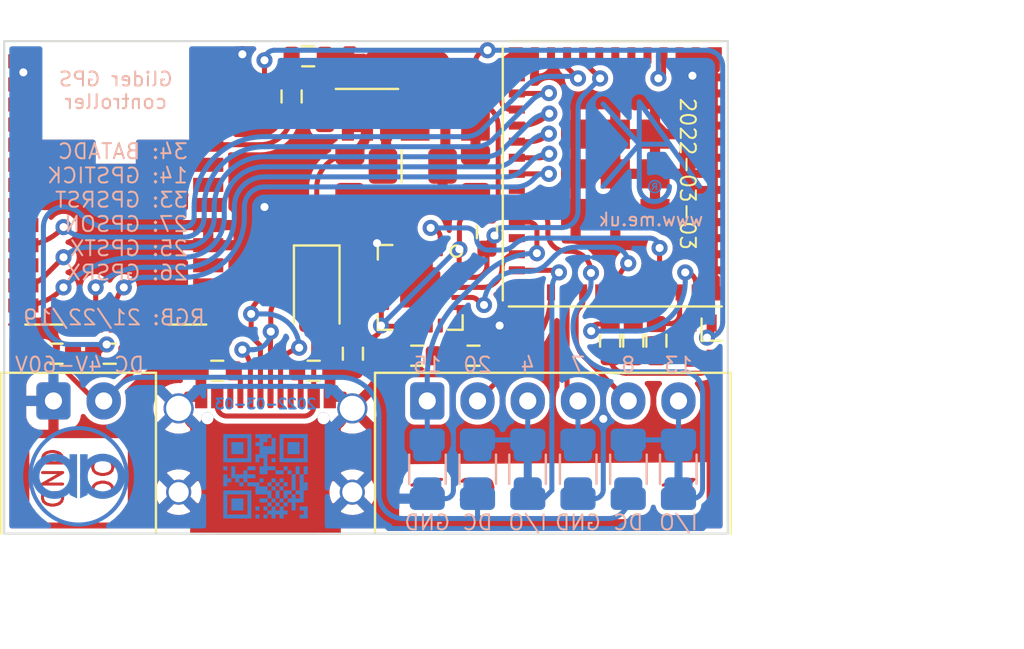
<source format=kicad_pcb>
(kicad_pcb (version 20211014) (generator pcbnew)
  (title_block (title "GPS / Glider control board") (date "${DATE}") (rev "1") (company "Adrian Kennard Andrews & Arnold Ltd") (comment 1 "www.me.uk") (comment 2 "@TheRealRevK"))
  (layers (0 "F.Cu" signal) (31 "B.Cu" signal) (34 "B.Paste" user) (35 "F.Paste" user) (36 "B.SilkS" user "B.Silkscreen") (37 "F.SilkS" user "F.Silkscreen") (38 "B.Mask" user) (39 "F.Mask" user) (44 "Edge.Cuts" user))
  (property "DATE" "2022-03-03")
  (net 0 "")
  (net 1 "D+")
  (net 2 "GND")
  (net 3 "D-")
  (net 4 "+3V3")
  (net 5 "VBUS")
  (net 6 "Net-(D2-Pad2)")
  (net 7 "O")
  (net 8 "I")
  (net 9 "Net-(D2-Pad3)")
  (net 10 "Net-(D2-Pad4)")
  (net 12 "BAT")
  (net 13 "EN")
  (net 14 "DC")
  (net 16 "BOOT")
  (net 17 "G")
  (net 18 "R")
  (net 19 "B")
  (net 23 "TICK")
  (net 25 "GPSTX")
  (net 26 "GPSRX")
  (net 27 "GPSON")
  (net 28 "GPSRST")
  (net 30 "Net-(R12-Pad2)")
  (net 33 "Net-(R4-Pad2)")
  (net 38 "Net-(U2-Pad16)")
  (net 40 "Net-(J3-PadA5)")
  (net 42 "Net-(J3-PadB5)")
  (net 46 "IO6")
  (net 47 "IO5")
  (net 48 "IO4")
  (net 49 "IO3")
  (net 50 "IO2")
  (net 51 "IO1")
  (net 52 "Net-(J2-Pad3)")
  (net 53 "Net-(J2-Pad6)")
  (footprint "RevK:R_0603" (layer "F.Cu") (at 94.65 134.15 180)
    (fp_text reference "R2" hide)
    (fp_text value "5K1")
  )
  (footprint "RevK:USC16-TR-Round" (layer "F.Cu") (at 97.05 142.3)
    (fp_text reference "J3" hide)
    (fp_text value "USB-C")
  )
  (footprint "RevK:R_0603" (layer "F.Cu") (at 99.45 134.15 180)
    (fp_text reference "R3" hide)
    (fp_text value "5K1")
  )
  (footprint "RevK:R_0603" (layer "F.Cu") (at 114.2 132.65 90)
    (fp_text reference "R9" hide)
    (fp_text value "680R")
  )
  (footprint "RevK:R_0603" (layer "F.Cu") (at 116.5 132.65 90)
    (fp_text reference "R10" hide)
    (fp_text value "2K")
  )
  (footprint "RevK:R_0603" (layer "F.Cu") (at 115.35 132.65 90)
    (fp_text reference "R11" hide)
    (fp_text value "220R")
  )
  (footprint "RevK:LED-RGB-1.6x1.6" (layer "F.Cu") (at 118.75 132.65 90)
    (fp_text reference "D2" hide)
    (fp_text value "LED_RGBA")
  )
  (footprint "Diode_SMD:D_1206_3216Metric" (layer "F.Cu") (at 99.6 130.2 -90)
    (fp_text reference "D1" hide)
    (fp_text value "D")
  )
  (footprint "RevK:C_0603" (layer "F.Cu") (at 101.4 133.3 -90)
    (fp_text reference "C1" hide)
    (fp_text value "0.1uF")
  )
  (footprint "RevK:Hidden" (layer "F.Cu") (at 100 121.05 90)
    (fp_text reference "C2" hide)
    (fp_text value "0.1uF")
  )
  (footprint "RevK:Hidden" (layer "F.Cu") (at 101.25 124.35 90)
    (fp_text reference "C3" hide)
    (fp_text value "2.2uF")
  )
  (footprint "RevK:Hidden" (layer "F.Cu") (at 107.5 124.35 90)
    (fp_text reference "C4" hide)
    (fp_text value "10uF")
  )
  (footprint "RevK:Hidden" (layer "F.Cu") (at 104.38 123.97 180)
    (fp_text reference "D3" hide)
    (fp_text value "Schottky")
  )
  (footprint "RevK:Hidden" (layer "F.Cu") (at 106 120.8 180)
    (fp_text reference "L1" hide)
    (fp_text value "6.8uH")
  )
  (footprint "RevK:L96-M33" (layer "F.Cu") (at 89.6 124.85)
    (fp_text reference "U2" hide)
    (fp_text value "L96-M33")
  )
  (footprint "RevK:R_0603" (layer "F.Cu") (at 108.07 127.25 -90)
    (fp_text reference "R1" hide)
    (fp_text value "10k")
  )
  (footprint "RevK:R_0603" (layer "F.Cu") (at 104.6 133.4)
    (fp_text reference "R4" hide)
    (fp_text value "4k7")
  )
  (footprint "RevK:Molex_MiniSPOX_H6RA" (layer "F.Cu") (at 111.35 135.65)
    (fp_text reference "J2" hide)
    (fp_text value "I/O")
  )
  (footprint "RevK:ESP32-PICO-MINI-02" (layer "F.Cu") (at 114.45675 124.35 -90)
    (fp_text reference "U1" hide)
    (fp_text value "ESP32-PICO-MINI-02")
  )
  (footprint "RevK:R_0603" (layer "F.Cu") (at 99.175 118.5 180)
    (fp_text reference "R12" hide)
    (fp_text value "3M 1% or NF")
  )
  (footprint "RevK:Molex_MiniSPOX_H2RA" (layer "F.Cu") (at 87.75 135.65)
    (fp_text reference "J1" hide)
    (fp_text value "DC")
  )
  (footprint "RevK:QFN-20-1EP_4x4mm_P0.5mm_EP2.5x2.5mm" (layer "F.Cu") (at 104.75 130 -90)
    (fp_text reference "U3" hide)
    (fp_text value "FT231XQ")
  )
  (footprint "RevK:RegulatorBlockFB" (layer "F.Cu") (at 102.1 120.8)
    (fp_text reference "U4" hide)
    (fp_text value "LMR16006+FB")
  )
  (footprint "RevK:R_0603" (layer "F.Cu") (at 107.4 133.4)
    (fp_text reference "R5" hide)
    (fp_text value "10k")
  )
  (footprint "RevK:R_0603" (layer "F.Cu") (at 86.65 133.3 180)
    (fp_text reference "R6" hide)
    (fp_text value "470K")
  )
  (footprint "RevK:R_0603" (layer "F.Cu") (at 98.35 120.5 90)
    (fp_text reference "R8" hide)
    (fp_text value "10M 1% or 0R")
  )
  (footprint "RevK:R_0603" (layer "F.Cu") (at 89.3 133.3 180)
    (fp_text reference "R7" hide)
    (fp_text value "100K")
  )
  (footprint "RevK:AA" (layer "B.Cu") (at 87.75 139.4 180)
    (fp_text reference "Logo1" hide)
    (fp_text value "AA" hide)
  )
  (footprint "RevK:QR-SS" (layer "B.Cu") (at 97.05 139.4)
    (fp_text reference "U5" hide)
    (fp_text value "QR" hide)
  )
  (footprint "RevK:Pad_1206_0805_Bridged" (layer "B.Cu") (at 110.1 139.05 -90)
    (fp_text reference "JP6" hide)
    (fp_text value "IO3")
  )
  (footprint "RevK:Pad_1206_0805_Open" (layer "B.Cu") (at 105.1 139.05 90)
    (fp_text reference "JP4" hide)
    (fp_text value "IO1")
  )
  (footprint "RevK:Pad_1206_0805_Open" (layer "B.Cu") (at 107.6 139.05 90)
    (fp_text reference "JP3" hide)
    (fp_text value "IO3")
  )
  (footprint "RevK:Pad_1206_0805_Open" (layer "B.Cu") (at 112.6 139.05 90)
    (fp_text reference "JP2" hide)
    (fp_text value "IO4")
  )
  (footprint "RevK:AJK" (layer "B.Cu") (at 115.65 122.875 180)
    (fp_text reference "Logo2" hide)
    (fp_text value "AJK" hide)
  )
  (footprint "RevK:Pad_1206_0805_Open" (layer "B.Cu") (at 115.1 139.05 90)
    (fp_text reference "JP1" hide)
    (fp_text value "IO6")
  )
  (footprint "RevK:Pad_1206_0805_Bridged" (layer "B.Cu") (at 117.6 139.05 -90)
    (fp_text reference "JP5" hide)
    (fp_text value "IO6")
  )
  (gr_line (start 84.05 117.75) (end 120.05 117.75) (layer "Edge.Cuts") (width 0.1))
  (gr_line (start 84.05 142.25) (end 120.05 142.25) (layer "Edge.Cuts") (width 0.1))
  (gr_line (start 120.05 117.75) (end 120.05 142.25) (layer "Edge.Cuts") (width 0.1))
  (gr_line (start 84.05 142.25) (end 84.05 117.75) (layer "Edge.Cuts") (width 0.1))
  (gr_text "13" (at 117.6 140.1) (layer "F.Cu") (effects (font (size 1 1))))
  (gr_text "7" (at 112.6 140.1) (layer "F.Cu") (effects (font (size 1 1))))
  (gr_text "DC" (at 89 139.5 90) (layer "F.Cu") (effects (font (size 1 1))))
  (gr_text "8" (at 115.1 140.1) (layer "F.Cu") (effects (font (size 1 1))))
  (gr_text "4" (at 110.1 140.1) (layer "F.Cu") (effects (font (size 1 1))))
  (gr_text "15" (at 105.1 140.1) (layer "F.Cu") (effects (font (size 1 1))))
  (gr_text "20" (at 107.6 140.1) (layer "F.Cu") (effects (font (size 1 1))))
  (gr_text "GND" (at 86.5 139.5 90) (layer "F.Cu") (effects (font (size 1 1))))
  (gr_text "7" (at 112.6 133.85) (layer "B.SilkS") (effects (font (size 0.75 0.75) (thickness 0.1)) (justify mirror)))
  (gr_text "4" (at 110.1 133.85) (layer "B.SilkS") (effects (font (size 0.75 0.75) (thickness 0.1)) (justify mirror)))
  (gr_text "I/O" (at 110.1 141.7) (layer "B.SilkS") (effects (font (size 0.75 0.75) (thickness 0.1)) (justify mirror)))
  (gr_text "DC" (at 115.1 141.7) (layer "B.SilkS") (effects (font (size 0.75 0.75) (thickness 0.1)) (justify mirror)))
  (gr_text "15" (at 105.1 133.85) (layer "B.SilkS") (effects (font (size 0.75 0.75) (thickness 0.1)) (justify mirror)))
  (gr_text "34: BATADC\n14: GPSTICK\n33: GPSRST\n27: GPSON\n25: GPSTX\n26: GPSRX" (at 93.25 126.25) (layer "B.SilkS") (effects (font (size 0.75 0.75) (thickness 0.1)) (justify left mirror)))
  (gr_text "GND" (at 112.6 141.7) (layer "B.SilkS") (effects (font (size 0.75 0.75) (thickness 0.1)) (justify mirror)))
  (gr_text "DC" (at 107.6 141.7) (layer "B.SilkS") (effects (font (size 0.75 0.75) (thickness 0.1)) (justify mirror)))
  (gr_text "20" (at 107.6 133.85) (layer "B.SilkS") (effects (font (size 0.75 0.75) (thickness 0.1)) (justify mirror)))
  (gr_text "GND" (at 105.1 141.7) (layer "B.SilkS") (effects (font (size 0.75 0.75) (thickness 0.1)) (justify mirror)))
  (gr_text "DC 4V-60V" (at 87.8 133.85) (layer "B.SilkS") (effects (font (size 0.75 0.75) (thickness 0.1)) (justify mirror)))
  (gr_text "Glider GPS\ncontroller" (at 89.6 120.2) (layer "B.SilkS") (effects (font (size 0.7 0.7) (thickness 0.1)) (justify mirror)))
  (gr_text "8" (at 115.1 133.85) (layer "B.SilkS") (effects (font (size 0.75 0.75) (thickness 0.1)) (justify mirror)))
  (gr_text "I/O" (at 117.6 141.7) (layer "B.SilkS") (effects (font (size 0.75 0.75) (thickness 0.1)) (justify mirror)))
  (gr_text "RGB: 21/22/19" (at 94.1 131.5) (layer "B.SilkS") (effects (font (size 0.75 0.75) (thickness 0.1)) (justify left mirror)))
  (gr_text "13" (at 117.6 133.85) (layer "B.SilkS") (effects (font (size 0.75 0.75) (thickness 0.1)) (justify mirror)))
  (segment (start 96.8 132.9) (end 96.8 135.44) (width 0.25) (layer "F.Cu") (net 1))
  (segment (start 98.62975 133.097828) (end 98.7255 133.002078) (width 0.2) (layer "F.Cu") (net 1))
  (segment (start 96.337057 131.321497) (end 96.337057 132.437057) (width 0.25) (layer "F.Cu") (net 1))
  (segment (start 97.8 135.44) (end 97.8 134) (width 0.25) (layer "F.Cu") (net 1))
  (segment (start 96.337057 132.437057) (end 96.8 132.9) (width 0.25) (layer "F.Cu") (net 1))
  (segment (start 96.395451 131.018876) (end 96.337057 131.07727) (width 0.25) (layer "F.Cu") (net 1))
  (segment (start 98.615252 133.097828) (end 98.62975 133.097828) (width 0.2) (layer "F.Cu") (net 1))
  (segment (start 96.337057 131.07727) (end 96.337057 131.321497) (width 0.25) (layer "F.Cu") (net 1))
  (segment (start 102.8125 130) (end 98.2 130) (width 0.25) (layer "F.Cu") (net 1))
  (via (at 98.7255 133.002078) (size 0.8) (drill 0.4) (layers "F.Cu" "B.Cu") (net 1))
  (via (at 96.337057 131.321497) (size 0.8) (drill 0.4) (layers "F.Cu" "B.Cu") (net 1))
  (arc (start 98.2 130) (mid 97.164745 130.27319) (end 96.395451 131.018876) (width 0.25) (layer "F.Cu") (net 1))
  (arc (start 97.8 134) (mid 98.034208 133.392838) (end 98.615252 133.097828) (width 0.25) (layer "F.Cu") (net 1))
  (segment (start 96.337057 131.321497) (end 97.044919 131.321497) (width 0.25) (layer "B.Cu") (net 1))
  (arc (start 97.044919 131.321497) (mid 98.233269 131.813728) (end 98.7255 133.002078) (width 0.25) (layer "B.Cu") (net 1))
  (segment (start 91.6 131.64729) (end 91.6 131.5) (width 0.25) (layer "F.Cu") (net 2))
  (segment (start 104.75 131.9375) (end 104.75 130) (width 0.25) (layer "F.Cu") (net 2))
  (segment (start 103.75 129) (end 104.75 130) (width 0.25) (layer "F.Cu") (net 2))
  (segment (start 105.25 129.5) (end 104.75 130) (width 0.25) (layer "F.Cu") (net 2))
  (segment (start 100 118.5) (end 101.95 118.5) (width 0.25) (layer "F.Cu") (net 2))
  (segment (start 102.1 118.65) (end 102.1 119.45) (width 0.25) (layer "F.Cu") (net 2))
  (segment (start 103.75 128.0625) (end 103.75 129) (width 0.25) (layer "F.Cu") (net 2))
  (segment (start 109.55675 121.15) (end 109.25 121.15) (width 0.25) (layer "F.Cu") (net 2))
  (segment (start 101.25 125.3) (end 101.25 128.15) (width 0.25) (layer "F.Cu") (net 2))
  (segment (start 108.8 119.10675) (end 108.8 120.7) (width 0.25) (layer "F.Cu") (net 2))
  (segment (start 101.95 118.5) (end 102.1 118.65) (width 0.25) (layer "F.Cu") (net 2))
  (segment (start 102.8125 129) (end 103.75 129) (width 0.25) (layer "F.Cu") (net 2))
  (segment (start 104.25 128.0625) (end 104.25 129.5) (width 0.25) (layer "F.Cu") (net 2))
  (segment (start 90.84885 133.000171) (end 91.174511 132.674511) (width 0.25) (layer "F.Cu") (net 2))
  (segment (start 105.25 128.0625) (end 105.25 129.5) (width 0.25) (layer "F.Cu") (net 2))
  (segment (start 104.75 128.0625) (end 104.75 130) (width 0.25) (layer "F.Cu") (net 2))
  (segment (start 102.8125 129) (end 102.1 129) (width 0.25) (layer "F.Cu") (net 2))
  (via (at 85 119.3) (size 0.8) (drill 0.4) (layers "F.Cu" "B.Cu") (net 2))
  (via (at 113.858486 136.541514) (size 0.8) (drill 0.4) (layers "F.Cu" "B.Cu") (net 2))
  (via (at 102.6 127.8) (size 0.8) (drill 0.4) (layers "F.Cu" "B.Cu") (net 2))
  (via (at 97 126) (size 0.8) (drill 0.4) (layers "F.Cu" "B.Cu") (net 2))
  (via (at 118.29425 119.46752) (size 0.8) (drill 0.4) (layers "F.Cu" "B.Cu") (net 2))
  (via (at 108.7 131.9) (size 0.8) (drill 0.4) (layers "F.Cu" "B.Cu") (net 2))
  (via (at 95.9 118.4) (size 0.8) (drill 0.4) (layers "F.Cu" "B.Cu") (net 2))
  (arc (start 109.25 121.15) (mid 108.931802 121.018198) (end 108.8 120.7) (width 0.25) (layer "F.Cu") (net 2))
  (arc (start 90.125 133.3) (mid 90.516745 133.222077) (end 90.84885 133.000171) (width 0.25) (layer "F.Cu") (net 2))
  (arc (start 91.174511 132.674511) (mid 91.489419 132.203218) (end 91.6 131.64729) (width 0.25) (layer "F.Cu") (net 2))
  (arc (start 101.25 128.15) (mid 101.498959 128.751041) (end 102.1 129) (width 0.25) (layer "F.Cu") (net 2))
  (arc (start 109.50675 118.4) (mid 109.007002 118.607002) (end 108.8 119.10675) (width 0.25) (layer "F.Cu") (net 2))
  (segment (start 105.1 140.5125) (end 105.98846 140.5125) (width 0.25) (layer "B.Cu") (net 2))
  (segment (start 113.858486 140.058486) (end 113.858486 136.541514) (width 0.25) (layer "B.Cu") (net 2))
  (segment (start 106.40048 138.40048) (end 106.40048 140.10048) (width 0.25) (layer "B.Cu") (net 2))
  (segment (start 106.40048 138.40048) (end 106.40048 135.30048) (width 0.25) (layer "B.Cu") (net 2))
  (segment (start 100.5 136.89) (end 100.5 139.32) (width 0.25) (layer "B.Cu") (net 2))
  (segment (start 100.5 139.32) (end 101.37 140.19) (width 0.25) (layer "B.Cu") (net 2))
  (segment (start 119.3 120.47327) (end 119.3 127.668079) (width 0.25) (layer "B.Cu") (net 2))
  (segment (start 100.27498 134.92498) (end 101.37 136.02) (width 0.25) (layer "B.Cu") (net 2))
  (segment (start 112.6 140.5125) (end 113.404472 140.5125) (width 0.25) (layer "B.Cu") (net 2))
  (segment (start 118.1 131.8) (end 118.1 133.2) (width 0.25) (layer "B.Cu") (net 2))
  (segment (start 119 127.968079) (end 119 130.9) (width 0.25) (layer "B.Cu") (net 2))
  (segment (start 119.6 134.7) (end 119.6 141.2) (width 0.25) (layer "B.Cu") (net 2))
  (segment (start 103.18 142) (end 101.37 140.19) (width 0.25) (layer "B.Cu") (net 2))
  (segment (start 93.82502 134.92498) (end 100.27498 134.92498) (width 0.25) (layer "B.Cu") (net 2))
  (segment (start 92.73 136.02) (end 93.82502 134.92498) (width 0.25) (layer "B.Cu") (net 2))
  (segment (start 118.1 133.2) (end 119.6 134.7) (width 0.25) (layer "B.Cu") (net 2))
  (segment (start 101.37 136.02) (end 100.5 136.89) (width 0.25) (layer "B.Cu") (net 2))
  (segment (start 119.6 141.2) (end 118.8 142) (width 0.25) (layer "B.Cu") (net 2))
  (segment (start 118.8 142) (end 103.18 142) (width 0.25) (layer "B.Cu") (net 2))
  (segment (start 107.178976 133.421023) (end 108.7 131.9) (width 0.25) (layer "B.Cu") (net 2))
  (arc (start 119 130.9) (mid 118.838909 131.288909) (end 118.45 131.45) (width 0.25) (layer "B.Cu") (net 2))
  (arc (start 119.3 127.668079) (mid 119.212132 127.880211) (end 119 127.968079) (width 0.25) (layer "B.Cu") (net 2))
  (arc (start 106.40048 135.30048) (mid 106.602805 134.283325) (end 107.178976 133.421023) (width 0.25) (layer "B.Cu") (net 2))
  (arc (start 105.98846 140.5125) (mid 106.279802 140.391822) (end 106.40048 140.10048) (width 0.25) (layer "B.Cu") (net 2))
  (arc (start 113.404472 140.5125) (mid 113.725508 140.379522) (end 113.858486 140.058486) (width 0.25) (layer "B.Cu") (net 2))
  (arc (start 118.45 131.45) (mid 118.202513 131.552513) (end 118.1 131.8) (width 0.25) (layer "B.Cu") (net 2))
  (arc (start 118.29425 119.46752) (mid 119.005423 119.762097) (end 119.3 120.47327) (width 0.25) (layer "B.Cu") (net 2))
  (segment (start 96.3 134.066611) (end 96.3 135.44) (width 0.25) (layer "F.Cu") (net 3))
  (segment (start 97.313184 132.545797) (end 97.313184 131.286816) (width 0.25) (layer "F.Cu") (net 3))
  (segment (start 102.8125 130.5) (end 98.1 130.5) (width 0.25) (layer "F.Cu") (net 3))
  (segment (start 97.3 135.44) (end 97.3 132.558981) (width 0.25) (layer "F.Cu") (net 3))
  (via (at 97.313184 132.2) (size 0.8) (drill 0.4) (layers "F.Cu" "B.Cu") (net 3))
  (via (at 95.899639 133.100055) (size 0.8) (drill 0.4) (layers "F.Cu" "B.Cu") (net 3))
  (arc (start 95.899639 133.100055) (mid 96.195949 133.543515) (end 96.3 134.066611) (width 0.25) (layer "F.Cu") (net 3))
  (arc (start 97.3 132.558981) (mid 97.303862 132.549659) (end 97.313184 132.545797) (width 0.2) (layer "F.Cu") (net 3))
  (arc (start 97.313184 131.286816) (mid 97.543637 130.730453) (end 98.1 130.5) (width 0.25) (layer "F.Cu") (net 3))
  (segment (start 96.413129 133.100055) (end 95.899639 133.100055) (width 0.25) (layer "B.Cu") (net 3))
  (arc (start 97.313184 132.2) (mid 97.049564 132.836435) (end 96.413129 133.100055) (width 0.25) (layer "B.Cu") (net 3))
  (segment (start 102.8125 131) (end 102.8125 132.0875) (width 0.25) (layer "F.Cu") (net 4))
  (segment (start 102.8375 131.9375) (end 102.8 131.9) (width 0.25) (layer "F.Cu") (net 4))
  (segment (start 119.25 131.775) (end 119.25 132.26925) (width 0.25) (layer "F.Cu") (net 4))
  (segment (start 106.6875 129) (end 106.6875 128.1125) (width 0.25) (layer "F.Cu") (net 4))
  (segment (start 106.6875 128.1125) (end 106.7 128.1) (width 0.25) (layer "F.Cu") (net 4))
  (segment (start 108.63 121.98) (end 108.63 125.865) (width 0.25) (layer "F.Cu") (net 4))
  (segment (start 97 118.7) (end 97 119.975) (width 0.25) (layer "F.Cu") (net 4))
  (segment (start 106.7 128.1) (end 106.7 126.86) (width 0.25) (layer "F.Cu") (net 4))
  (segment (start 103.75 131.9375) (end 102.8375 131.9375) (width 0.25) (layer "F.Cu") (net 4))
  (segment (start 103.75 131.9375) (end 104.25 131.9375) (width 0.25) (layer "F.Cu") (net 4))
  (segment (start 107.5 120.85) (end 107.5 118.8) (width 0.25) (layer "F.Cu") (net 4))
  (segment (start 101.4 132.525) (end 102.175 132.525) (width 0.25) (layer "F.Cu") (net 4))
  (segment (start 94.2 122.9) (end 96.775 122.9) (width 0.25) (layer "F.Cu") (net 4))
  (segment (start 108.07 126.425) (end 107.135 126.425) (width 0.25) (layer "F.Cu") (net 4))
  (segment (start 119.25 132.26925) (end 119.01875 132.5005) (width 0.25) (layer "F.Cu") (net 4))
  (segment (start 116.85675 118.45) (end 116.85675 119.34325) (width 0.25) (layer "F.Cu") (net 4))
  (via (at 97 118.7) (size 0.8) (drill 0.4) (layers "F.Cu" "B.Cu") (net 4))
  (via (at 102.8 131.9) (size 0.8) (drill 0.4) (layers "F.Cu" "B.Cu") (net 4))
  (via (at 106.7 128.1) (size 0.8) (drill 0.4) (layers "F.Cu" "B.Cu") (net 4))
  (via (at 119.01875 132.5005) (size 0.8) (drill 0.4) (layers "F.Cu" "B.Cu") (net 4))
  (via (at 108.1 118.2) (size 0.8) (drill 0.4) (layers "F.Cu" "B.Cu") (net 4))
  (via (at 116.6 119.6) (size 0.8) (drill 0.4) (layers "F.Cu" "B.Cu") (net 4))
  (arc (start 106.7 126.86) (mid 106.827409 126.552409) (end 107.135 126.425) (width 0.25) (layer "F.Cu") (net 4))
  (arc (start 97 119.975) (mid 97.395406 120.929594) (end 98.35 121.325) (width 0.25) (layer "F.Cu") (net 4))
  (arc (start 107.5 118.8) (mid 107.675736 118.375736) (end 108.1 118.2) (width 0.25) (layer "F.Cu") (net 4))
  (arc (start 102.175 132.525) (mid 102.616942 132.341942) (end 102.8 131.9) (width 0.25) (layer "F.Cu") (net 4))
  (arc (start 96.775 122.9) (mid 97.888693 122.438693) (end 98.35 121.325) (width 0.25) (layer "F.Cu") (net 4))
  (arc (start 107.5 120.85) (mid 108.299031 121.180969) (end 108.63 121.98) (width 0.25) (layer "F.Cu") (net 4))
  (arc (start 116.85675 119.34325) (mid 116.78155 119.5248) (end 116.6 119.6) (width 0.25) (layer "F.Cu") (net 4))
  (arc (start 108.63 125.865) (mid 108.46598 126.26098) (end 108.07 126.425) (width 0.25) (layer "F.Cu") (net 4))
  (segment (start 97.5 118.2) (end 119 118.2) (width 0.25) (layer "B.Cu") (net 4))
  (segment (start 106.7 128.1) (end 106.6 128.1) (width 0.25) (layer "B.Cu") (net 4))
  (segment (start 116.6 119.6) (end 116.6 118.4) (width 0.25) (layer "B.Cu") (net 4))
  (segment (start 106.6 128.1) (end 102.8 131.9) (width 0.25) (layer "B.Cu") (net 4))
  (segment (start 119.8 119) (end 119.8 131.71925) (width 0.25) (layer "B.Cu") (net 4))
  (arc (start 119.8 131.71925) (mid 119.571177 132.271677) (end 119.01875 132.5005) (width 0.25) (layer "B.Cu") (net 4))
  (arc (start 119 118.2) (mid 119.565685 118.434315) (end 119.8 119) (width 0.25) (layer "B.Cu") (net 4))
  (arc (start 97 118.7) (mid 97.146447 118.346447) (end 97.5 118.2) (width 0.25) (layer "B.Cu") (net 4))
  (segment (start 98.975006 136.4) (end 95.124994 136.4) (width 0.25) (layer "F.Cu") (net 5))
  (segment (start 99.45 135.44) (end 99.45 133.25) (width 0.25) (layer "F.Cu") (net 5))
  (segment (start 99.45 133.25) (end 99.45 131.75) (width 0.25) (layer "F.Cu") (net 5))
  (segment (start 94.65 135.925006) (end 94.65 135.44) (width 0.25) (layer "F.Cu") (net 5))
  (segment (start 99.5 133.3) (end 99.45 133.25) (width 0.25) (layer "F.Cu") (net 5))
  (segment (start 103.533579 133.3) (end 99.5 133.3) (width 0.25) (layer "F.Cu") (net 5))
  (segment (start 99.45 135.44) (end 99.45 135.925006) (width 0.25) (layer "F.Cu") (net 5))
  (arc (start 103.775 133.4) (mid 103.664235 133.325989) (end 103.533579 133.3) (width 0.25) (layer "F.Cu") (net 5))
  (arc (start 99.45 131.75) (mid 99.493934 131.643934) (end 99.6 131.6) (width 0.25) (layer "F.Cu") (net 5))
  (arc (start 95.124994 136.4) (mid 94.789123 136.260877) (end 94.65 135.925006) (width 0.25) (layer "F.Cu") (net 5))
  (arc (start 99.45 135.925006) (mid 99.310877 136.260877) (end 98.975006 136.4) (width 0.25) (layer "F.Cu") (net 5))
  (segment (start 118.675489 134.274511) (end 114.999511 134.274511) (width 0.25) (layer "F.Cu") (net 6))
  (segment (start 119.25 133.525) (end 119.25 133.7) (width 0.25) (layer "F.Cu") (net 6))
  (arc (start 119.25 133.7) (mid 119.08173 134.106241) (end 118.675489 134.274511) (width 0.25) (layer "F.Cu") (net 6))
  (arc (start 114.999511 134.274511) (mid 114.434171 134.04034) (end 114.2 133.475) (width 0.25) (layer "F.Cu") (net 6))
  (segment (start 115.25675 130.25) (end 115.25675 129.800978) (width 0.25) (layer "F.Cu") (net 7))
  (segment (start 105.75 128.0625) (end 105.75 127.52) (width 0.25) (layer "F.Cu") (net 7))
  (segment (start 116.659368 128.038546) (end 116.659368 128.940632) (width 0.25) (layer "F.Cu") (net 7))
  (segment (start 115.578864 129.478864) (end 116.121136 129.478864) (width 0.25) (layer "F.Cu") (net 7))
  (via (at 105.27 127.04) (size 0.8) (drill 0.4) (layers "F.Cu" "B.Cu") (net 7))
  (via (at 116.659368 128.038546) (size 0.8) (drill 0.4) (layers "F.Cu" "B.Cu") (net 7))
  (arc (start 105.75 127.52) (mid 105.609411 127.180589) (end 105.27 127.04) (width 0.25) (layer "F.Cu") (net 7))
  (arc (start 115.25675 129.800978) (mid 115.351095 129.573209) (end 115.578864 129.478864) (width 0.25) (layer "F.Cu") (net 7))
  (arc (start 116.659368 128.940632) (mid 116.501723 129.321219) (end 116.121136 129.478864) (width 0.25) (layer "F.Cu") (net 7))
  (segment (start 110.248202 127.548663) (end 116.169485 127.548663) (width 0.25) (layer "B.Cu") (net 7))
  (segment (start 108.143355 128.142917) (end 108.813547 128.142917) (width 0.25) (layer "B.Cu") (net 7))
  (segment (start 105.27 127.04) (end 107.040438 127.04) (width 0.25) (layer "B.Cu") (net 7))
  (arc (start 116.169485 127.548663) (mid 116.515885 127.692146) (end 116.659368 128.038546) (width 0.25) (layer "B.Cu") (net 7))
  (arc (start 107.550219 127.549781) (mid 107.723945 127.969191) (end 108.143355 128.142917) (width 0.25) (layer "B.Cu") (net 7))
  (arc (start 108.813547 128.142917) (mid 109.130933 128.079785) (end 109.4 127.9) (width 0.25) (layer "B.Cu") (net 7))
  (arc (start 109.4 127.9) (mid 109.789158 127.639973) (end 110.248202 127.548663) (width 0.25) (layer "B.Cu") (net 7))
  (arc (start 107.040438 127.04) (mid 107.400908 127.189311) (end 107.550219 127.549781) (width 0.25) (layer "B.Cu") (net 7))
  (segment (start 107.671832 130.745982) (end 107.794966 130.745982) (width 0.25) (layer "F.Cu") (net 8))
  (segment (start 106.6875 130.5) (end 107.3 130.5) (width 0.25) (layer "F.Cu") (net 8))
  (segment (start 107.794966 130.745982) (end 107.9245 130.875516) (width 0.25) (layer "F.Cu") (net 8))
  (segment (start 115.027208 128.872791) (end 115.1 128.8) (width 0.25) (layer "F.Cu") (net 8))
  (via (at 115.1 128.8) (size 0.8) (drill 0.4) (layers "F.Cu" "B.Cu") (net 8))
  (via (at 107.9245 130.875516) (size 0.8) (drill 0.4) (layers "F.Cu" "B.Cu") (net 8))
  (arc (start 107.3 130.5) (mid 107.522228 130.567412) (end 107.671832 130.745982) (width 0.25) (layer "F.Cu") (net 8))
  (arc (start 114.45675 130.25) (mid 114.605007 129.50466) (end 115.027208 128.872791) (width 0.25) (layer "F.Cu") (net 8))
  (segment (start 109.6 129.2) (end 110.172338 129.2) (width 0.25) (layer "B.Cu") (net 8))
  (segment (start 112.499572 128) (end 113.720482 128) (width 0.25) (layer "B.Cu") (net 8))
  (segment (start 111.040426 128.840426) (end 111.443349 128.437502) (width 0.25) (layer "B.Cu") (net 8))
  (segment (start 107.9245 130.875516) (end 107.9245 130.8755) (width 0.25) (layer "B.Cu") (net 8))
  (segment (start 114.3 128) (end 113.720482 128) (width 0.25) (layer "B.Cu") (net 8))
  (arc (start 107.9245 130.8755) (mid 108.415243 129.690743) (end 109.6 129.2) (width 0.25) (layer "B.Cu") (net 8))
  (arc (start 110.172338 129.2) (mid 110.642144 129.106549) (end 111.040426 128.840426) (width 0.25) (layer "B.Cu") (net 8))
  (arc (start 111.443349 128.437502) (mid 111.927949 128.113703) (end 112.499572 128) (width 0.25) (layer "B.Cu") (net 8))
  (arc (start 115.1 128.8) (mid 114.865685 128.234315) (end 114.3 128) (width 0.25) (layer "B.Cu") (net 8))
  (segment (start 118.2 133.475) (end 118.25 133.525) (width 0.25) (layer "F.Cu") (net 9))
  (segment (start 116.5 133.475) (end 118.2 133.475) (width 0.25) (layer "F.Cu") (net 9))
  (segment (start 117.47548 132.54952) (end 116.27548 132.54952) (width 0.25) (layer "F.Cu") (net 10))
  (arc (start 118.25 131.775) (mid 118.023148 132.322668) (end 117.47548 132.54952) (width 0.25) (layer "F.Cu") (net 10))
  (arc (start 116.27548 132.54952) (mid 115.621067 132.820587) (end 115.35 133.475) (width 0.25) (layer "F.Cu") (net 10))
  (segment (start 112.05675 119.05675) (end 112.6 119.6) (width 0.25) (layer "F.Cu") (net 12))
  (segment (start 87.475 133.3) (end 88.475 133.3) (width 0.25) (layer "F.Cu") (net 12))
  (segment (start 112.05675 118.45) (end 112.05675 119.05675) (width 0.25) (layer "F.Cu") (net 12))
  (segment (start 88.838022 133.149632) (end 89.147056 132.840597) (width 0.25) (layer "F.Cu") (net 12))
  (via (at 112.6 119.6) (size 0.8) (drill 0.4) (layers "F.Cu" "B.Cu") (net 12))
  (via (at 89.147056 132.840597) (size 0.8) (drill 0.4) (layers "F.Cu" "B.Cu") (net 12))
  (arc (start 88.475 133.3) (mid 88.671466 133.260921) (end 88.838022 133.149632) (width 0.25) (layer "F.Cu") (net 12))
  (segment (start 93.5 126) (end 93.5 126.5) (width 0.25) (layer "B.Cu") (net 12))
  (segment (start 110 120) (end 107.853554 122.146446) (width 0.25) (layer "B.Cu") (net 12))
  (segment (start 93 127) (end 89.207106 127) (width 0.25) (layer "B.Cu") (net 12))
  (segment (start 88 126.5) (end 87.853554 126.353554) (width 0.25) (layer "B.Cu") (net 12))
  (segment (start 87.340597 132.840597) (end 89.147056 132.840597) (width 0.25) (layer "B.Cu") (net 12))
  (segment (start 107 122.5) (end 97 122.5) (width 0.25) (layer "B.Cu") (net 12))
  (segment (start 112.5 119.5) (end 111.207106 119.5) (width 0.25) (layer "B.Cu") (net 12))
  (segment (start 86 127) (end 86 131.5) (width 0.25) (layer "B.Cu") (net 12))
  (segment (start 112.6 119.6) (end 112.5 119.5) (width 0.25) (layer "B.Cu") (net 12))
  (arc (start 87.853554 126.353554) (mid 87.46194 126.091885) (end 87 126) (width 0.25) (layer "B.Cu") (net 12))
  (arc (start 89.207106 127) (mid 88.553825 126.870054) (end 88 126.5) (width 0.25) (layer "B.Cu") (net 12))
  (arc (start 111.207106 119.5) (mid 110.553825 119.629946) (end 110 120) (width 0.25) (layer "B.Cu") (net 12))
  (arc (start 107.853554 122.146446) (mid 107.46194 122.408114) (end 107 122.5) (width 0.25) (layer "B.Cu") (net 12))
  (arc (start 87 126) (mid 86.292893 126.292893) (end 86 127) (width 0.25) (layer "B.Cu") (net 12))
  (arc (start 97 122.5) (mid 94.525126 123.525126) (end 93.5 126) (width 0.25) (layer "B.Cu") (net 12))
  (arc (start 86 131.5) (mid 86.392652 132.447945) (end 87.340597 132.840597) (width 0.25) (layer "B.Cu") (net 12))
  (arc (start 93.5 126.5) (mid 93.353553 126.853553) (end 93 127) (width 0.25) (layer "B.Cu") (net 12))
  (segment (start 108.07 128.075) (end 108.07 128.91) (width 0.25) (layer "F.Cu") (net 13))
  (segment (start 112.85675 118.75675) (end 113.7 119.6) (width 0.25) (layer "F.Cu") (net 13))
  (segment (start 108.270204 127.591665) (end 108.443453 127.418416) (width 0.25) (layer "F.Cu") (net 13))
  (segment (start 112.85675 118.45) (end 112.85675 118.75675) (width 0.25) (layer "F.Cu") (net 13))
  (segment (start 106.6875 129.5) (end 107.48 129.5) (width 0.25) (layer "F.Cu") (net 13))
  (via (at 113.7 119.6) (size 0.8) (drill 0.4) (layers "F.Cu" "B.Cu") (net 13))
  (via (at 108.443453 127.418416) (size 0.8) (drill 0.4) (layers "F.Cu" "B.Cu") (net 13))
  (arc (start 108.07 128.075) (mid 108.122031 127.813421) (end 108.270204 127.591665) (width 0.25) (layer "F.Cu") (net 13))
  (arc (start 108.07 128.91) (mid 107.897193 129.327193) (end 107.48 129.5) (width 0.25) (layer "F.Cu") (net 13))
  (segment (start 113.7 119.6) (end 112.882843 120.417157) (width 0.25) (layer "B.Cu") (net 13))
  (segment (start 112.6 121.1) (end 112.6 126.2) (width 0.25) (layer "B.Cu") (net 13))
  (segment (start 111.7755 127.0245) (end 108.837369 127.0245) (width 0.25) (layer "B.Cu") (net 13))
  (arc (start 112.6 126.2) (mid 112.35851 126.78301) (end 111.7755 127.0245) (width 0.25) (layer "B.Cu") (net 13))
  (arc (start 112.882843 120.417157) (mid 112.673509 120.730448) (end 112.6 121.1) (width 0.25) (layer "B.Cu") (net 13))
  (arc (start 108.837369 127.0245) (mid 108.558828 127.139875) (end 108.443453 127.418416) (width 0.25) (layer "B.Cu") (net 13))
  (segment (start 89 135.65) (end 90.486347 134.163653) (width 0.25) (layer "F.Cu") (net 14))
  (segment (start 99.6 125.05) (end 99.6 128.8) (width 0.25) (layer "F.Cu") (net 14))
  (segment (start 86.529172 133.591677) (end 88.295808 135.358314) (width 0.25) (layer "F.Cu") (net 14))
  (segment (start 101.15 122.15) (end 102.1 122.15) (width 0.25) (layer "F.Cu") (net 14))
  (segment (start 98.769666 128.8) (end 99.6 128.8) (width 0.25) (layer "F.Cu") (net 14))
  (segment (start 92.44952 133.35048) (end 94.219186 133.35048) (width 0.25) (layer "F.Cu") (net 14))
  (arc (start 94.219186 133.35048) (mid 95.036823 133.011804) (end 95.375499 132.194167) (width 0.25) (layer "F.Cu") (net 14))
  (arc (start 101.25 123.4) (mid 100.083274 123.883274) (end 99.6 125.05) (width 0.25) (layer "F.Cu") (net 14))
  (arc (start 90.486347 134.163653) (mid 91.387058 133.561817) (end 92.44952 133.35048) (width 0.25) (layer "F.Cu") (net 14))
  (arc (start 88.295808 135.358314) (mid 88.618894 135.574193) (end 89 135.65) (width 0.25) (layer "F.Cu") (net 14))
  (arc (start 95.375499 132.194167) (mid 96.369627 129.794128) (end 98.769666 128.8) (width 0.25) (layer "F.Cu") (net 14))
  (arc (start 85.825 133.3) (mid 86.206095 133.375804) (end 86.529172 133.591677) (width 0.25) (layer "F.Cu") (net 14))
  (segment (start 89 135.65) (end 89.750735 134.899265) (width 0.25) (layer "B.Cu") (net 14))
  (segment (start 102.810137 140.808211) (end 102.914945 140.989743) (width 0.25) (layer "B.Cu") (net 14))
  (segment (start 102.914945 140.989743) (end 103.049683 141.150317) (width 0.25) (layer "B.Cu") (net 14))
  (segment (start 102.702045 140.404807) (end 102.738445 140.611238) (width 0.25) (layer "B.Cu") (net 14))
  (segment (start 103.588762 141.461555) (end 103.795193 141.497955) (width 0.25) (layer "B.Cu") (net 14))
  (segment (start 103.9 141.5) (end 107.8 141.5) (width 0.25) (layer "B.Cu") (net 14))
  (segment (start 102.7 140.3) (end 102.702045 140.404807) (width 0.25) (layer "B.Cu") (net 14))
  (segment (start 103.049683 141.150317) (end 103.210257 141.285055) (width 0.25) (layer "B.Cu") (net 14))
  (segment (start 102.738445 140.611238) (end 102.810137 140.808211) (width 0.25) (layer "B.Cu") (net 14))
  (segment (start 90.775 134.475) (end 100.794555 134.475) (width 0.25) (layer "B.Cu") (net 14))
  (segment (start 107.6 140.5125) (end 107.6 141.3) (width 0.25) (layer "B.Cu") (net 14))
  (segment (start 102.698104 136.378549) (end 102.7 136.5) (width 0.25) (layer "B.Cu") (net 14))
  (segment (start 102.7 136.5) (end 102.7 140.3) (width 0.25) (layer "B.Cu") (net 14))
  (segment (start 103.391789 141.389863) (end 103.588762 141.461555) (width 0.25) (layer "B.Cu") (net 14))
  (segment (start 114.1125 141.5) (end 107.8 141.5) (width 0.25) (layer "B.Cu") (net 14))
  (segment (start 103.210257 141.285055) (end 103.391789 141.389863) (width 0.25) (layer "B.Cu") (net 14))
  (segment (start 103.795193 141.497955) (end 103.9 141.5) (width 0.25) (layer "B.Cu") (net 14))
  (arc (start 89.750735 134.899265) (mid 90.220671 134.585263) (end 90.775 134.475) (width 0.25) (layer "B.Cu") (net 14))
  (arc (start 115.1 140.5125) (mid 114.810768 141.210768) (end 114.1125 141.5) (width 0.25) (layer "B.Cu") (net 14))
  (arc (start 100.794555 134.475) (mid 102.140567 135.032537) (end 102.698104 136.378549) (width 0.25) (layer "B.Cu") (net 14))
  (arc (start 107.6 141.3) (mid 107.658579 141.441421) (end 107.8 141.5) (width 0.25) (layer "B.Cu") (net 14))
  (segment (start 106.6875 130) (end 107.85 130) (width 0.25) (layer "F.Cu") (net 16))
  (segment (start 109.5 128.35) (end 109.55675 128.35) (width 0.25) (layer "F.Cu") (net 16))
  (arc (start 107.85 130) (mid 108.535894 129.715894) (end 108.82 129.03) (width 0.25) (layer "F.Cu") (net 16))
  (arc (start 108.82 129.03) (mid 109.019167 128.549167) (end 109.5 128.35) (width 0.25) (layer "F.Cu") (net 16))
  (segment (start 117.65675 130.25) (end 117.65675 131.34325) (width 0.25) (layer "F.Cu") (net 17))
  (segment (start 117.2 131.8) (end 116.525 131.8) (width 0.25) (layer "F.Cu") (net 17))
  (arc (start 117.65675 131.34325) (mid 117.522971 131.666221) (end 117.2 131.8) (width 0.25) (layer "F.Cu") (net 17))
  (arc (start 116.525 131.8) (mid 116.507322 131.807322) (end 116.5 131.825) (width 0.25) (layer "F.Cu") (net 17))
  (segment (start 118.45675 130.25) (end 118.45675 129.775745) (width 0.25) (layer "F.Cu") (net 18))
  (segment (start 113.604834 131.825) (end 114.2 131.825) (width 0.25) (layer "F.Cu") (net 18))
  (via (at 117.936884 129.255879) (size 0.8) (drill 0.4) (layers "F.Cu" "B.Cu") (net 18))
  (via (at 113.255618 132.174216) (size 0.8) (drill 0.4) (layers "F.Cu" "B.Cu") (net 18))
  (arc (start 113.255618 132.174216) (mid 113.357901 131.927283) (end 113.604834 131.825) (width 0.25) (layer "F.Cu") (net 18))
  (arc (start 118.45675 129.775745) (mid 118.304485 129.408144) (end 117.936884 129.255879) (width 0.25) (layer "F.Cu") (net 18))
  (segment (start 115.483032 132.174216) (end 113.255618 132.174216) (width 0.25) (layer "B.Cu") (net 18))
  (segment (start 117.936884 129.255879) (end 117.936884 129.720364) (width 0.25) (layer "B.Cu") (net 18))
  (arc (start 117.936884 129.720364) (mid 117.218167 131.455499) (end 115.483032 132.174216) (width 0.25) (layer "B.Cu") (net 18))
  (segment (start 116.85675 130.25) (end 116.85675 130.64325) (width 0.25) (layer "F.Cu") (net 19))
  (segment (start 116.39952 131.10048) (end 116.07452 131.10048) (width 0.25) (layer "F.Cu") (net 19))
  (arc (start 116.07452 131.10048) (mid 115.562207 131.312687) (end 115.35 131.825) (width 0.25) (layer "F.Cu") (net 19))
  (arc (start 116.85675 130.64325) (mid 116.72283 130.96656) (end 116.39952 131.10048) (width 0.25) (layer "F.Cu") (net 19))
  (segment (start 109.55675 124.35) (end 111.15 124.35) (width 0.25) (layer "F.Cu") (net 23))
  (segment (start 89.6 131.5) (end 89.6 130.965685) (width 0.25) (layer "F.Cu") (net 23))
  (via (at 90 130) (size 0.8) (drill 0.4) (layers "F.Cu" "B.Cu") (net 23))
  (via (at 111.15 124.35) (size 0.8) (drill 0.4) (layers "F.Cu" "B.Cu") (net 23))
  (arc (start 89.6 130.965685) (mid 89.703957 130.44306) (end 90 130) (width 0.25) (layer "F.Cu") (net 23))
  (segment (start 109.5 125) (end 97 125) (width 0.25) (layer "B.Cu") (net 23))
  (segment (start 110.5 124.5) (end 110.353554 124.646446) (width 0.25) (layer "B.Cu") (net 23))
  (segment (start 90.146446 129.853554) (end 90 130) (width 0.25) (layer "B.Cu") (net 23))
  (segment (start 96 126) (end 96 126.5) (width 0.25) (layer "B.Cu") (net 23))
  (segment (start 111.15 124.35) (end 110.862132 124.35) (width 0.25) (layer "B.Cu") (net 23))
  (segment (start 93 129.5) (end 91 129.5) (width 0.25) (layer "B.Cu") (net 23))
  (arc (start 96 126.5) (mid 95.12132 128.62132) (end 93 129.5) (width 0.25) (layer "B.Cu") (net 23))
  (arc (start 110.353554 124.646446) (mid 109.96194 124.908114) (end 109.5 125) (width 0.25) (layer "B.Cu") (net 23))
  (arc (start 97 125) (mid 96.292893 125.292893) (end 96 126) (width 0.25) (layer "B.Cu") (net 23))
  (arc (start 91 129.5) (mid 90.53806 129.591886) (end 90.146446 129.853554) (width 0.25) (layer "B.Cu") (net 23))
  (arc (start 110.862132 124.35) (mid 110.666148 124.388984) (end 110.5 124.5) (width 0.25) (layer "B.Cu") (net 23))
  (segment (start 86.024264 129.475736) (end 87 128.5) (width 0.25) (layer "F.Cu") (net 25))
  (segment (start 109.55675 121.95) (end 109.729015 121.95) (width 0.25) (layer "F.Cu") (net 25))
  (via (at 111.172934 121.351909) (size 0.8) (drill 0.4) (layers "F.Cu" "B.Cu") (net 25))
  (via (at 87 128.5) (size 0.8) (drill 0.4) (layers "F.Cu" "B.Cu") (net 25))
  (arc (start 85 129.9) (mid 85.554328 129.789737) (end 86.024264 129.475736) (width 0.25) (layer "F.Cu") (net 25))
  (arc (start 109.729015 121.95) (mid 110.510458 121.794561) (end 111.172934 121.351909) (width 0.25) (layer "F.Cu") (net 25))
  (segment (start 94.5 126) (end 94.5 126.5) (width 0.25) (layer "B.Cu") (net 25))
  (segment (start 108 123.5) (end 97 123.5) (width 0.25) (layer "B.Cu") (net 25))
  (segment (start 110.276971 121.723029) (end 108.853554 123.146446) (width 0.25) (layer "B.Cu") (net 25))
  (segment (start 93 128) (end 88.207106 128) (width 0.25) (layer "B.Cu") (net 25))
  (arc (start 108.853554 123.146446) (mid 108.46194 123.408114) (end 108 123.5) (width 0.25) (layer "B.Cu") (net 25))
  (arc (start 111.172934 121.351909) (mid 110.688042 121.44836) (end 110.276971 121.723029) (width 0.25) (layer "B.Cu") (net 25))
  (arc (start 93 128) (mid 94.06066 127.56066) (end 94.5 126.5) (width 0.25) (layer "B.Cu") (net 25))
  (arc (start 88.207106 128) (mid 87.553825 128.129946) (end 87 128.5) (width 0.25) (layer "B.Cu") (net 25))
  (arc (start 97 123.5) (mid 95.232233 124.232233) (end 94.5 126) (width 0.25) (layer "B.Cu") (net 25))
  (segment (start 109.55675 122.75) (end 110.189556 122.75) (width 0.25) (layer "F.Cu") (net 26))
  (segment (start 86.877818 130.122183) (end 87 130) (width 0.25) (layer "F.Cu") (net 26))
  (via (at 87 130) (size 0.8) (drill 0.4) (layers "F.Cu" "B.Cu") (net 26))
  (via (at 111.152344 122.3512) (size 0.8) (drill 0.4) (layers "F.Cu" "B.Cu") (net 26))
  (arc (start 85 130.9) (mid 86.016268 130.697852) (end 86.877818 130.122183) (width 0.25) (layer "F.Cu") (net 26))
  (arc (start 110.189556 122.75) (mid 110.710613 122.646355) (end 111.152344 122.3512) (width 0.25) (layer "F.Cu") (net 26))
  (segment (start 109.353554 123.646446) (end 110.29274 122.707259) (width 0.25) (layer "B.Cu") (net 26))
  (segment (start 93 128.5) (end 90.62132 128.5) (width 0.25) (layer "B.Cu") (net 26))
  (segment (start 95 126) (end 95 126.5) (width 0.25) (layer "B.Cu") (net 26))
  (segment (start 108.5 124) (end 97 124) (width 0.25) (layer "B.Cu") (net 26))
  (arc (start 109.353554 123.646446) (mid 108.96194 123.908114) (end 108.5 124) (width 0.25) (layer "B.Cu") (net 26))
  (arc (start 111.152344 122.3512) (mid 110.68713 122.443737) (end 110.29274 122.707259) (width 0.25) (layer "B.Cu") (net 26))
  (arc (start 97 124) (mid 95.585786 124.585786) (end 95 126) (width 0.25) (layer "B.Cu") (net 26))
  (arc (start 93 128.5) (mid 94.414214 127.914214) (end 95 126.5) (width 0.25) (layer "B.Cu") (net 26))
  (arc (start 90.62132 128.5) (mid 88.661476 128.889837) (end 87 130) (width 0.25) (layer "B.Cu") (net 26))
  (segment (start 109.55675 123.55) (end 110.684082 123.55) (width 0.25) (layer "F.Cu") (net 27))
  (segment (start 88.6 131.5) (end 88.6 130) (width 0.25) (layer "F.Cu") (net 27))
  (via (at 111.165435 123.350617) (size 0.8) (drill 0.4) (layers "F.Cu" "B.Cu") (net 27))
  (via (at 88.6 130) (size 0.8) (drill 0.4) (layers "F.Cu" "B.Cu") (net 27))
  (arc (start 110.684082 123.55) (mid 110.944588 123.498182) (end 111.165435 123.350617) (width 0.25) (layer "F.Cu") (net 27))
  (segment (start 110.284479 123.715521) (end 109.853554 124.146446) (width 0.25) (layer "B.Cu") (net 27))
  (segment (start 95.5 126) (end 95.5 126.5) (width 0.25) (layer "B.Cu") (net 27))
  (segment (start 93 129) (end 91.014213 129) (width 0.25) (layer "B.Cu") (net 27))
  (segment (start 109 124.5) (end 97 124.5) (width 0.25) (layer "B.Cu") (net 27))
  (arc (start 109.853554 124.146446) (mid 109.46194 124.408114) (end 109 124.5) (width 0.25) (layer "B.Cu") (net 27))
  (arc (start 97 124.5) (mid 95.93934 124.93934) (end 95.5 126) (width 0.25) (layer "B.Cu") (net 27))
  (arc (start 93 129) (mid 94.767767 128.267767) (end 95.5 126.5) (width 0.25) (layer "B.Cu") (net 27))
  (arc (start 91.014213 129) (mid 89.707651 129.259891) (end 88.6 130) (width 0.25) (layer "B.Cu") (net 27))
  (arc (start 111.165435 123.350617) (mid 110.688665 123.445452) (end 110.284479 123.715521) (width 0.25) (layer "B.Cu") (net 27))
  (segment (start 109.55675 120.35) (end 111.111224 120.35) (width 0.25) (layer "F.Cu") (net 28))
  (segment (start 86.877818 127.122183) (end 87 127) (width 0.25) (layer "F.Cu") (net 28))
  (via (at 87 127) (size 0.8) (drill 0.4) (layers "F.Cu" "B.Cu") (net 28))
  (via (at 111.152762 120.332794) (size 0.8) (drill 0.4) (layers "F.Cu" "B.Cu") (net 28))
  (arc (start 85 127.9) (mid 86.016268 127.697852) (end 86.877818 127.122183) (width 0.25) (layer "F.Cu") (net 28))
  (arc (start 111.111224 120.35) (mid 111.133704 120.345528) (end 111.152762 120.332794) (width 0.25) (layer "F.Cu") (net 28))
  (segment (start 93 127.5) (end 88.207106 127.5) (width 0.25) (layer "B.Cu") (net 28))
  (segment (start 107.5 123) (end 97 123) (width 0.25) (layer "B.Cu") (net 28))
  (segment (start 94 126) (end 94 126.5) (width 0.25) (layer "B.Cu") (net 28))
  (segment (start 110.323866 120.676134) (end 108.353554 122.646446) (width 0.25) (layer "B.Cu") (net 28))
  (arc (start 108.353554 122.646446) (mid 107.96194 122.908114) (end 107.5 123) (width 0.25) (layer "B.Cu") (net 28))
  (arc (start 111.152762 120.332794) (mid 110.704167 120.422025) (end 110.323866 120.676134) (width 0.25) (layer "B.Cu") (net 28))
  (arc (start 88.207106 127.5) (mid 87.553825 127.370054) (end 87 127) (width 0.25) (layer "B.Cu") (net 28))
  (arc (start 97 123) (mid 94.87868 123.87868) (end 94 126) (width 0.25) (layer "B.Cu") (net 28))
  (arc (start 94 126.5) (mid 93.707107 127.207107) (end 93 127.5) (width 0.25) (layer "B.Cu") (net 28))
  (segment (start 98.575 119.45) (end 101.15 119.45) (width 0.25) (layer "F.Cu") (net 30))
  (segment (start 98.35 118.5) (end 98.35 119.675) (width 0.25) (layer "F.Cu") (net 30))
  (arc (start 98.35 119.675) (mid 98.415901 119.515901) (end 98.575 119.45) (width 0.25) (layer "F.Cu") (net 30))
  (segment (start 106.6875 131) (end 106.6875 133.128401) (width 0.25) (layer "F.Cu") (net 33))
  (segment (start 106.575 133.4) (end 105.425 133.4) (width 0.25) (layer "F.Cu") (net 33))
  (arc (start 106.6875 133.128401) (mid 106.658262 133.275389) (end 106.575 133.4) (width 0.25) (layer "F.Cu") (net 33))
  (segment (start 85 120.9) (end 85 121.9) (width 0.25) (layer "F.Cu") (net 38))
  (segment (start 95.8 135.44) (end 95.8 134.475) (width 0.25) (layer "F.Cu") (net 40))
  (segment (start 95.8 134.475) (end 95.475 134.15) (width 0.25) (layer "F.Cu") (net 40))
  (segment (start 98.8 135.44) (end 98.8 134.325) (width 0.25) (layer "F.Cu") (net 42))
  (segment (start 98.8 134.325) (end 98.625 134.15) (width 0.25) (layer "F.Cu") (net 42))
  (segment (start 109.55675 125.95) (end 110.20675 125.95) (width 0.25) (layer "F.Cu") (net 46))
  (segment (start 111.1 126.84325) (end 111.1 127.3) (width 0.25) (layer "F.Cu") (net 46))
  (segment (start 112 128.2) (end 112.2 128.2) (width 0.25) (layer "F.Cu") (net 46))
  (segment (start 113.247203 129.247203) (end 113.247203 129.281555) (width 0.25) (layer "F.Cu") (net 46))
  (via (at 113.247203 129.281555) (size 0.8) (drill 0.4) (layers "F.Cu" "B.Cu") (net 46))
  (arc (start 110.20675 125.95) (mid 110.838373 126.211627) (end 111.1 126.84325) (width 0.25) (layer "F.Cu") (net 46))
  (arc (start 112.2 128.2) (mid 112.940484 128.506719) (end 113.247203 129.247203) (width 0.25) (layer "F.Cu") (net 46))
  (arc (start 111.1 127.3) (mid 111.363604 127.936396) (end 112 128.2) (width 0.25) (layer "F.Cu") (net 46))
  (segment (start 113.247203 129.281555) (end 113.247203 129.782291) (width 0.25) (layer "B.Cu") (net 46))
  (segment (start 118.79952 135.20048) (end 118.79952 138.79952) (width 0.25) (layer "B.Cu") (net 46))
  (segment (start 118.2875 140.5125) (end 117.6 140.5125) (width 0.25) (layer "B.Cu") (net 46))
  (segment (start 114.6 134.2) (end 117.79904 134.2) (width 0.25) (layer "B.Cu") (net 46))
  (segment (start 118.8 138.8) (end 118.8 140) (width 0.25) (layer "B.Cu") (net 46))
  (arc (start 112.349511 131.949511) (mid 113.008664 133.540847) (end 114.6 134.2) (width 0.25) (layer "B.Cu") (net 46))
  (arc (start 118.79952 138.79952) (mid 118.799859 138.799661) (end 118.8 138.8) (width 0.25) (layer "B.Cu") (net 46))
  (arc (start 117.79904 134.2) (mid 118.506486 134.493034) (end 118.79952 135.20048) (width 0.25) (layer "B.Cu") (net 46))
  (arc (start 112.914505 130.585495) (mid 112.496348 131.21131) (end 112.349511 131.949511) (width 0.25) (layer "B.Cu") (net 46))
  (arc (start 118.8 140) (mid 118.649892 140.362392) (end 118.2875 140.5125) (width 0.25) (layer "B.Cu") (net 46))
  (arc (start 113.247203 129.782291) (mid 113.160737 130.216982) (end 112.914505 130.585495) (width 0.25) (layer "B.Cu") (net 46))
  (segment (start 115.1 135.65) (end 112.89517 133.44517) (width 0.25) (layer "F.Cu") (net 47))
  (segment (start 112.506261 132.506261) (end 112.506261 131.467727) (width 0.25) (layer "F.Cu") (net 47))
  (segment (start 112.85675 130.621573) (end 112.85675 130.25) (width 0.25) (layer "F.Cu") (net 47))
  (arc (start 112.7 131) (mid 112.816012 130.826376) (end 112.85675 130.621573) (width 0.25) (layer "F.Cu") (net 47))
  (arc (start 112.506261 131.467727) (mid 112.556612 131.214595) (end 112.7 131) (width 0.25) (layer "F.Cu") (net 47))
  (arc (start 112.89517 133.44517) (mid 112.607335 133.014395) (end 112.506261 132.506261) (width 0.25) (layer "F.Cu") (net 47))
  (segment (start 112.05675 130.25) (end 112.05675 135.10675) (width 0.25) (layer "F.Cu") (net 48))
  (segment (start 112.05675 135.10675) (end 112.6 135.65) (width 0.25) (layer "F.Cu") (net 48))
  (segment (start 112.6 135.65) (end 112.6 137.5875) (width 0.25) (layer "B.Cu") (net 48))
  (segment (start 111.55 129.15) (end 111.652725 129.252725) (width 0.25) (layer "F.Cu") (net 49))
  (segment (start 109.55675 129.15) (end 111.55 129.15) (width 0.25) (layer "F.Cu") (net 49))
  (via (at 111.652725 129.252725) (size 0.8) (drill 0.4) (layers "F.Cu" "B.Cu") (net 49))
  (segment (start 111.29952 140.10048) (end 111.29952 135.90048) (width 0.25) (layer "B.Cu") (net 49))
  (segment (start 110.1 140.5125) (end 110.8875 140.5125) (width 0.25) (layer "B.Cu") (net 49))
  (segment (start 111.3 135.899322) (end 111.3 130.104278) (width 0.25) (layer "B.Cu") (net 49))
  (segment (start 110.8875 140.5125) (end 111.29952 140.10048) (width 0.25) (layer "B.Cu") (net 49))
  (arc (start 111.3 130.104278) (mid 111.39167 129.643421) (end 111.652725 129.252725) (width 0.25) (layer "B.Cu") (net 49))
  (arc (start 111.29952 135.90048) (mid 111.299875 135.899949) (end 111.3 135.899322) (width 0.25) (layer "B.Cu") (net 49))
  (segment (start 110.024086 133.225914) (end 107.6 135.65) (width 0.25) (layer "F.Cu") (net 50))
  (arc (start 111.25675 130.25) (mid 110.936391 131.860553) (end 110.024086 133.225914) (width 0.25) (layer "F.Cu") (net 50))
  (segment (start 110.556252 128.3) (end 110.556252 127.156252) (width 0.25) (layer "F.Cu") (net 51))
  (segment (start 109.55675 126.75) (end 110.15 126.75) (width 0.25) (layer "F.Cu") (net 51))
  (via (at 110.556252 128.3) (size 0.8) (drill 0.4) (layers "F.Cu" "B.Cu") (net 51))
  (arc (start 110.556252 127.156252) (mid 110.437264 126.868988) (end 110.15 126.75) (width 0.25) (layer "F.Cu") (net 51))
  (segment (start 105.1 134.462741) (end 105.1 135.65) (width 0.25) (layer "B.Cu") (net 51))
  (segment (start 105.1 135.65) (end 105.1 137.5875) (width 0.25) (layer "B.Cu") (net 51))
  (segment (start 107.899563 129.400436) (end 106.7 130.6) (width 0.25) (layer "B.Cu") (net 51))
  (arc (start 110.556252 128.3) (mid 109.118463 128.585994) (end 107.899563 129.400436) (width 0.25) (layer "B.Cu") (net 51))
  (arc (start 106.7 130.6) (mid 105.515827 132.37224) (end 105.1 134.462741) (width 0.25) (layer "B.Cu") (net 51))
  (segment (start 107.6 137.5875) (end 110.1 137.5875) (width 0.25) (layer "B.Cu") (net 52))
  (segment (start 110.1 135.65) (end 110.1 138.1375) (width 0.25) (layer "B.Cu") (net 52))
  (segment (start 117.6 135.65) (end 117.6 137.5875) (width 0.25) (layer "B.Cu") (net 53))
  (segment (start 115.1 137.5875) (end 117.6 137.5875) (width 0.25) (layer "B.Cu") (net 53))
  (zone (net 2) (net_name "GND") (layers F&B.Cu) (connect_pads (clearance 0.254)) (min_thickness 0.254) (fill yes (thermal_gap 0.508) (thermal_bridge_width 0.508))
    (polygon (pts (xy 120.05 142.25) (xy 84.05 142.25) (xy 84.05 117.75) (xy 120.05 117.75)))
  )
  (zone (net 0) (net_name "") (layer "F.Cu") (connect_pads (clearance 0)) (min_thickness 0.254)
    (keepout (tracks not_allowed) (vias not_allowed) (pads not_allowed) (copperpour not_allowed) (footprints allowed))
    (fill (thermal_gap 0.508) (thermal_bridge_width 0.508))
    (polygon (pts (xy 119 141.5) (xy 103.7 141.6) (xy 103.7 138.8) (xy 119 138.7)))
  )
  (zone (net 0) (net_name "") (layer "F.Cu") (connect_pads (clearance 0)) (min_thickness 0.254)
    (keepout (tracks allowed) (vias allowed) (pads allowed) (copperpour not_allowed) (footprints allowed))
    (fill (thermal_gap 0.508) (thermal_bridge_width 0.508))
    (polygon (pts (xy 90.2 141.7) (xy 85.3 141.7) (xy 85.3 137.5) (xy 90.2 137.5)))
  )
)
</source>
